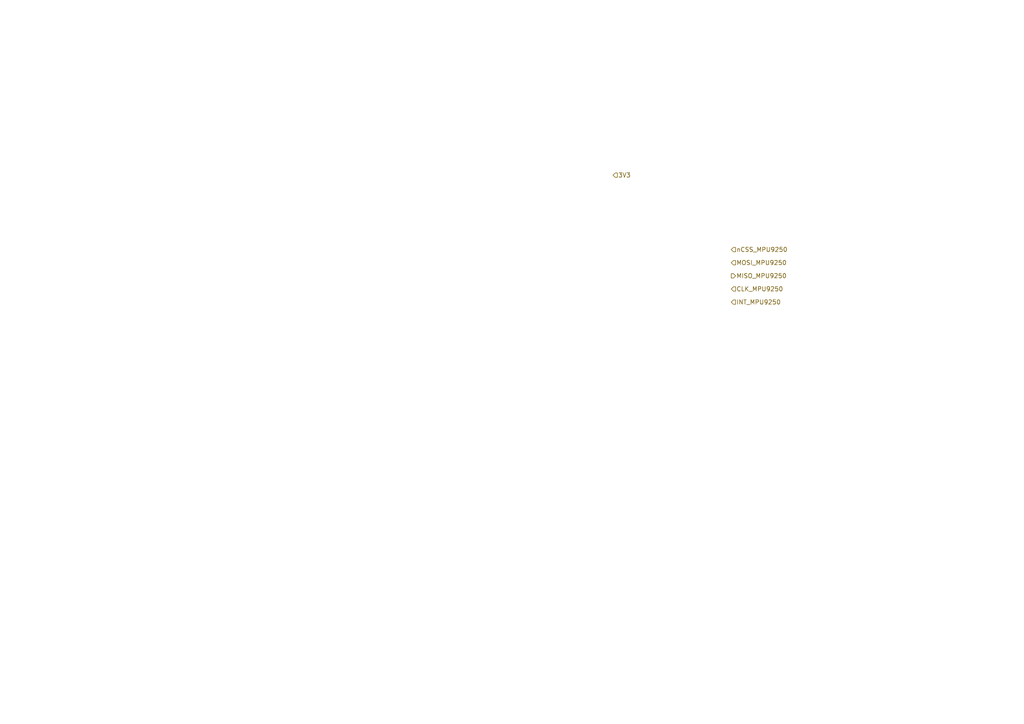
<source format=kicad_sch>
(kicad_sch
	(version 20250114)
	(generator "eeschema")
	(generator_version "9.0")
	(uuid "253b7cf9-00f2-422b-9308-0f0da7ab1a3a")
	(paper "A4")
	(lib_symbols)
	(hierarchical_label "CLK_MPU9250"
		(shape input)
		(at 212.09 83.82 0)
		(effects
			(font
				(size 1.27 1.27)
			)
			(justify left)
		)
		(uuid "0efe332f-550b-43e7-8a87-da72a4734262")
	)
	(hierarchical_label "3V3"
		(shape input)
		(at 177.8 50.8 0)
		(effects
			(font
				(size 1.27 1.27)
			)
			(justify left)
		)
		(uuid "2fe7a5b3-93f2-4792-8371-62c987fc7eb2")
	)
	(hierarchical_label "INT_MPU9250"
		(shape input)
		(at 212.09 87.63 0)
		(effects
			(font
				(size 1.27 1.27)
			)
			(justify left)
		)
		(uuid "39a11280-e643-470e-a3ab-b1ac2b034968")
	)
	(hierarchical_label "nCSS_MPU9250"
		(shape input)
		(at 212.09 72.39 0)
		(effects
			(font
				(size 1.27 1.27)
			)
			(justify left)
		)
		(uuid "b107daea-2130-4279-a27d-318a7b69edfc")
	)
	(hierarchical_label "MOSI_MPU9250"
		(shape input)
		(at 212.09 76.2 0)
		(effects
			(font
				(size 1.27 1.27)
			)
			(justify left)
		)
		(uuid "b27bd473-4a9b-4ba6-81b0-81f8ef62f45b")
	)
	(hierarchical_label "MISO_MPU9250"
		(shape output)
		(at 212.09 80.01 0)
		(effects
			(font
				(size 1.27 1.27)
			)
			(justify left)
		)
		(uuid "c3e7a777-388c-439c-9623-9066f50ee047")
	)
)

</source>
